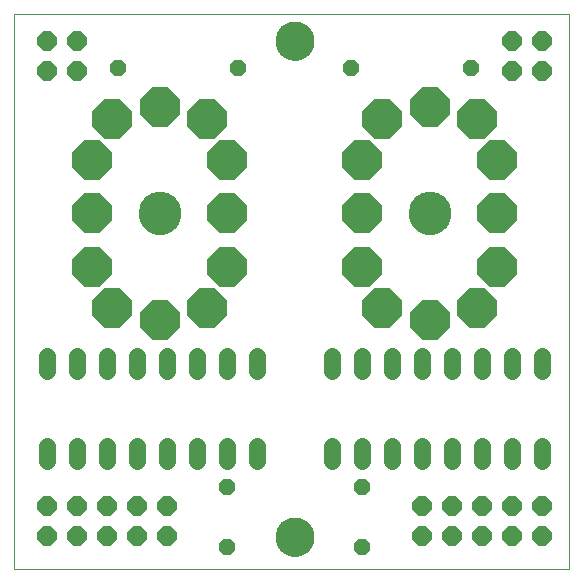
<source format=gts>
G75*
%MOIN*%
%OFA0B0*%
%FSLAX25Y25*%
%IPPOS*%
%LPD*%
%AMOC8*
5,1,8,0,0,1.08239X$1,22.5*
%
%ADD10C,0.00000*%
%ADD11C,0.12998*%
%ADD12OC8,0.13061*%
%ADD13C,0.14180*%
%ADD14OC8,0.05600*%
%ADD15C,0.05600*%
%ADD16OC8,0.06400*%
D10*
X0005737Y0005737D02*
X0005737Y0190776D01*
X0190776Y0190776D01*
X0190776Y0005737D01*
X0005737Y0005737D01*
X0093001Y0016446D02*
X0093003Y0016604D01*
X0093009Y0016762D01*
X0093019Y0016920D01*
X0093033Y0017078D01*
X0093051Y0017235D01*
X0093072Y0017392D01*
X0093098Y0017548D01*
X0093128Y0017704D01*
X0093161Y0017859D01*
X0093199Y0018012D01*
X0093240Y0018165D01*
X0093285Y0018317D01*
X0093334Y0018468D01*
X0093387Y0018617D01*
X0093443Y0018765D01*
X0093503Y0018911D01*
X0093567Y0019056D01*
X0093635Y0019199D01*
X0093706Y0019341D01*
X0093780Y0019481D01*
X0093858Y0019618D01*
X0093940Y0019754D01*
X0094024Y0019888D01*
X0094113Y0020019D01*
X0094204Y0020148D01*
X0094299Y0020275D01*
X0094396Y0020400D01*
X0094497Y0020522D01*
X0094601Y0020641D01*
X0094708Y0020758D01*
X0094818Y0020872D01*
X0094931Y0020983D01*
X0095046Y0021092D01*
X0095164Y0021197D01*
X0095285Y0021299D01*
X0095408Y0021399D01*
X0095534Y0021495D01*
X0095662Y0021588D01*
X0095792Y0021678D01*
X0095925Y0021764D01*
X0096060Y0021848D01*
X0096196Y0021927D01*
X0096335Y0022004D01*
X0096476Y0022076D01*
X0096618Y0022146D01*
X0096762Y0022211D01*
X0096908Y0022273D01*
X0097055Y0022331D01*
X0097204Y0022386D01*
X0097354Y0022437D01*
X0097505Y0022484D01*
X0097657Y0022527D01*
X0097810Y0022566D01*
X0097965Y0022602D01*
X0098120Y0022633D01*
X0098276Y0022661D01*
X0098432Y0022685D01*
X0098589Y0022705D01*
X0098747Y0022721D01*
X0098904Y0022733D01*
X0099063Y0022741D01*
X0099221Y0022745D01*
X0099379Y0022745D01*
X0099537Y0022741D01*
X0099696Y0022733D01*
X0099853Y0022721D01*
X0100011Y0022705D01*
X0100168Y0022685D01*
X0100324Y0022661D01*
X0100480Y0022633D01*
X0100635Y0022602D01*
X0100790Y0022566D01*
X0100943Y0022527D01*
X0101095Y0022484D01*
X0101246Y0022437D01*
X0101396Y0022386D01*
X0101545Y0022331D01*
X0101692Y0022273D01*
X0101838Y0022211D01*
X0101982Y0022146D01*
X0102124Y0022076D01*
X0102265Y0022004D01*
X0102404Y0021927D01*
X0102540Y0021848D01*
X0102675Y0021764D01*
X0102808Y0021678D01*
X0102938Y0021588D01*
X0103066Y0021495D01*
X0103192Y0021399D01*
X0103315Y0021299D01*
X0103436Y0021197D01*
X0103554Y0021092D01*
X0103669Y0020983D01*
X0103782Y0020872D01*
X0103892Y0020758D01*
X0103999Y0020641D01*
X0104103Y0020522D01*
X0104204Y0020400D01*
X0104301Y0020275D01*
X0104396Y0020148D01*
X0104487Y0020019D01*
X0104576Y0019888D01*
X0104660Y0019754D01*
X0104742Y0019618D01*
X0104820Y0019481D01*
X0104894Y0019341D01*
X0104965Y0019199D01*
X0105033Y0019056D01*
X0105097Y0018911D01*
X0105157Y0018765D01*
X0105213Y0018617D01*
X0105266Y0018468D01*
X0105315Y0018317D01*
X0105360Y0018165D01*
X0105401Y0018012D01*
X0105439Y0017859D01*
X0105472Y0017704D01*
X0105502Y0017548D01*
X0105528Y0017392D01*
X0105549Y0017235D01*
X0105567Y0017078D01*
X0105581Y0016920D01*
X0105591Y0016762D01*
X0105597Y0016604D01*
X0105599Y0016446D01*
X0105597Y0016288D01*
X0105591Y0016130D01*
X0105581Y0015972D01*
X0105567Y0015814D01*
X0105549Y0015657D01*
X0105528Y0015500D01*
X0105502Y0015344D01*
X0105472Y0015188D01*
X0105439Y0015033D01*
X0105401Y0014880D01*
X0105360Y0014727D01*
X0105315Y0014575D01*
X0105266Y0014424D01*
X0105213Y0014275D01*
X0105157Y0014127D01*
X0105097Y0013981D01*
X0105033Y0013836D01*
X0104965Y0013693D01*
X0104894Y0013551D01*
X0104820Y0013411D01*
X0104742Y0013274D01*
X0104660Y0013138D01*
X0104576Y0013004D01*
X0104487Y0012873D01*
X0104396Y0012744D01*
X0104301Y0012617D01*
X0104204Y0012492D01*
X0104103Y0012370D01*
X0103999Y0012251D01*
X0103892Y0012134D01*
X0103782Y0012020D01*
X0103669Y0011909D01*
X0103554Y0011800D01*
X0103436Y0011695D01*
X0103315Y0011593D01*
X0103192Y0011493D01*
X0103066Y0011397D01*
X0102938Y0011304D01*
X0102808Y0011214D01*
X0102675Y0011128D01*
X0102540Y0011044D01*
X0102404Y0010965D01*
X0102265Y0010888D01*
X0102124Y0010816D01*
X0101982Y0010746D01*
X0101838Y0010681D01*
X0101692Y0010619D01*
X0101545Y0010561D01*
X0101396Y0010506D01*
X0101246Y0010455D01*
X0101095Y0010408D01*
X0100943Y0010365D01*
X0100790Y0010326D01*
X0100635Y0010290D01*
X0100480Y0010259D01*
X0100324Y0010231D01*
X0100168Y0010207D01*
X0100011Y0010187D01*
X0099853Y0010171D01*
X0099696Y0010159D01*
X0099537Y0010151D01*
X0099379Y0010147D01*
X0099221Y0010147D01*
X0099063Y0010151D01*
X0098904Y0010159D01*
X0098747Y0010171D01*
X0098589Y0010187D01*
X0098432Y0010207D01*
X0098276Y0010231D01*
X0098120Y0010259D01*
X0097965Y0010290D01*
X0097810Y0010326D01*
X0097657Y0010365D01*
X0097505Y0010408D01*
X0097354Y0010455D01*
X0097204Y0010506D01*
X0097055Y0010561D01*
X0096908Y0010619D01*
X0096762Y0010681D01*
X0096618Y0010746D01*
X0096476Y0010816D01*
X0096335Y0010888D01*
X0096196Y0010965D01*
X0096060Y0011044D01*
X0095925Y0011128D01*
X0095792Y0011214D01*
X0095662Y0011304D01*
X0095534Y0011397D01*
X0095408Y0011493D01*
X0095285Y0011593D01*
X0095164Y0011695D01*
X0095046Y0011800D01*
X0094931Y0011909D01*
X0094818Y0012020D01*
X0094708Y0012134D01*
X0094601Y0012251D01*
X0094497Y0012370D01*
X0094396Y0012492D01*
X0094299Y0012617D01*
X0094204Y0012744D01*
X0094113Y0012873D01*
X0094024Y0013004D01*
X0093940Y0013138D01*
X0093858Y0013274D01*
X0093780Y0013411D01*
X0093706Y0013551D01*
X0093635Y0013693D01*
X0093567Y0013836D01*
X0093503Y0013981D01*
X0093443Y0014127D01*
X0093387Y0014275D01*
X0093334Y0014424D01*
X0093285Y0014575D01*
X0093240Y0014727D01*
X0093199Y0014880D01*
X0093161Y0015033D01*
X0093128Y0015188D01*
X0093098Y0015344D01*
X0093072Y0015500D01*
X0093051Y0015657D01*
X0093033Y0015814D01*
X0093019Y0015972D01*
X0093009Y0016130D01*
X0093003Y0016288D01*
X0093001Y0016446D01*
X0047410Y0124300D02*
X0047412Y0124469D01*
X0047418Y0124638D01*
X0047429Y0124807D01*
X0047443Y0124975D01*
X0047462Y0125143D01*
X0047485Y0125311D01*
X0047511Y0125478D01*
X0047542Y0125644D01*
X0047577Y0125810D01*
X0047616Y0125974D01*
X0047660Y0126138D01*
X0047707Y0126300D01*
X0047758Y0126461D01*
X0047813Y0126621D01*
X0047872Y0126780D01*
X0047934Y0126937D01*
X0048001Y0127092D01*
X0048072Y0127246D01*
X0048146Y0127398D01*
X0048224Y0127548D01*
X0048305Y0127696D01*
X0048390Y0127842D01*
X0048479Y0127986D01*
X0048571Y0128128D01*
X0048667Y0128267D01*
X0048766Y0128404D01*
X0048868Y0128539D01*
X0048974Y0128671D01*
X0049083Y0128800D01*
X0049195Y0128927D01*
X0049310Y0129051D01*
X0049428Y0129172D01*
X0049549Y0129290D01*
X0049673Y0129405D01*
X0049800Y0129517D01*
X0049929Y0129626D01*
X0050061Y0129732D01*
X0050196Y0129834D01*
X0050333Y0129933D01*
X0050472Y0130029D01*
X0050614Y0130121D01*
X0050758Y0130210D01*
X0050904Y0130295D01*
X0051052Y0130376D01*
X0051202Y0130454D01*
X0051354Y0130528D01*
X0051508Y0130599D01*
X0051663Y0130666D01*
X0051820Y0130728D01*
X0051979Y0130787D01*
X0052139Y0130842D01*
X0052300Y0130893D01*
X0052462Y0130940D01*
X0052626Y0130984D01*
X0052790Y0131023D01*
X0052956Y0131058D01*
X0053122Y0131089D01*
X0053289Y0131115D01*
X0053457Y0131138D01*
X0053625Y0131157D01*
X0053793Y0131171D01*
X0053962Y0131182D01*
X0054131Y0131188D01*
X0054300Y0131190D01*
X0054469Y0131188D01*
X0054638Y0131182D01*
X0054807Y0131171D01*
X0054975Y0131157D01*
X0055143Y0131138D01*
X0055311Y0131115D01*
X0055478Y0131089D01*
X0055644Y0131058D01*
X0055810Y0131023D01*
X0055974Y0130984D01*
X0056138Y0130940D01*
X0056300Y0130893D01*
X0056461Y0130842D01*
X0056621Y0130787D01*
X0056780Y0130728D01*
X0056937Y0130666D01*
X0057092Y0130599D01*
X0057246Y0130528D01*
X0057398Y0130454D01*
X0057548Y0130376D01*
X0057696Y0130295D01*
X0057842Y0130210D01*
X0057986Y0130121D01*
X0058128Y0130029D01*
X0058267Y0129933D01*
X0058404Y0129834D01*
X0058539Y0129732D01*
X0058671Y0129626D01*
X0058800Y0129517D01*
X0058927Y0129405D01*
X0059051Y0129290D01*
X0059172Y0129172D01*
X0059290Y0129051D01*
X0059405Y0128927D01*
X0059517Y0128800D01*
X0059626Y0128671D01*
X0059732Y0128539D01*
X0059834Y0128404D01*
X0059933Y0128267D01*
X0060029Y0128128D01*
X0060121Y0127986D01*
X0060210Y0127842D01*
X0060295Y0127696D01*
X0060376Y0127548D01*
X0060454Y0127398D01*
X0060528Y0127246D01*
X0060599Y0127092D01*
X0060666Y0126937D01*
X0060728Y0126780D01*
X0060787Y0126621D01*
X0060842Y0126461D01*
X0060893Y0126300D01*
X0060940Y0126138D01*
X0060984Y0125974D01*
X0061023Y0125810D01*
X0061058Y0125644D01*
X0061089Y0125478D01*
X0061115Y0125311D01*
X0061138Y0125143D01*
X0061157Y0124975D01*
X0061171Y0124807D01*
X0061182Y0124638D01*
X0061188Y0124469D01*
X0061190Y0124300D01*
X0061188Y0124131D01*
X0061182Y0123962D01*
X0061171Y0123793D01*
X0061157Y0123625D01*
X0061138Y0123457D01*
X0061115Y0123289D01*
X0061089Y0123122D01*
X0061058Y0122956D01*
X0061023Y0122790D01*
X0060984Y0122626D01*
X0060940Y0122462D01*
X0060893Y0122300D01*
X0060842Y0122139D01*
X0060787Y0121979D01*
X0060728Y0121820D01*
X0060666Y0121663D01*
X0060599Y0121508D01*
X0060528Y0121354D01*
X0060454Y0121202D01*
X0060376Y0121052D01*
X0060295Y0120904D01*
X0060210Y0120758D01*
X0060121Y0120614D01*
X0060029Y0120472D01*
X0059933Y0120333D01*
X0059834Y0120196D01*
X0059732Y0120061D01*
X0059626Y0119929D01*
X0059517Y0119800D01*
X0059405Y0119673D01*
X0059290Y0119549D01*
X0059172Y0119428D01*
X0059051Y0119310D01*
X0058927Y0119195D01*
X0058800Y0119083D01*
X0058671Y0118974D01*
X0058539Y0118868D01*
X0058404Y0118766D01*
X0058267Y0118667D01*
X0058128Y0118571D01*
X0057986Y0118479D01*
X0057842Y0118390D01*
X0057696Y0118305D01*
X0057548Y0118224D01*
X0057398Y0118146D01*
X0057246Y0118072D01*
X0057092Y0118001D01*
X0056937Y0117934D01*
X0056780Y0117872D01*
X0056621Y0117813D01*
X0056461Y0117758D01*
X0056300Y0117707D01*
X0056138Y0117660D01*
X0055974Y0117616D01*
X0055810Y0117577D01*
X0055644Y0117542D01*
X0055478Y0117511D01*
X0055311Y0117485D01*
X0055143Y0117462D01*
X0054975Y0117443D01*
X0054807Y0117429D01*
X0054638Y0117418D01*
X0054469Y0117412D01*
X0054300Y0117410D01*
X0054131Y0117412D01*
X0053962Y0117418D01*
X0053793Y0117429D01*
X0053625Y0117443D01*
X0053457Y0117462D01*
X0053289Y0117485D01*
X0053122Y0117511D01*
X0052956Y0117542D01*
X0052790Y0117577D01*
X0052626Y0117616D01*
X0052462Y0117660D01*
X0052300Y0117707D01*
X0052139Y0117758D01*
X0051979Y0117813D01*
X0051820Y0117872D01*
X0051663Y0117934D01*
X0051508Y0118001D01*
X0051354Y0118072D01*
X0051202Y0118146D01*
X0051052Y0118224D01*
X0050904Y0118305D01*
X0050758Y0118390D01*
X0050614Y0118479D01*
X0050472Y0118571D01*
X0050333Y0118667D01*
X0050196Y0118766D01*
X0050061Y0118868D01*
X0049929Y0118974D01*
X0049800Y0119083D01*
X0049673Y0119195D01*
X0049549Y0119310D01*
X0049428Y0119428D01*
X0049310Y0119549D01*
X0049195Y0119673D01*
X0049083Y0119800D01*
X0048974Y0119929D01*
X0048868Y0120061D01*
X0048766Y0120196D01*
X0048667Y0120333D01*
X0048571Y0120472D01*
X0048479Y0120614D01*
X0048390Y0120758D01*
X0048305Y0120904D01*
X0048224Y0121052D01*
X0048146Y0121202D01*
X0048072Y0121354D01*
X0048001Y0121508D01*
X0047934Y0121663D01*
X0047872Y0121820D01*
X0047813Y0121979D01*
X0047758Y0122139D01*
X0047707Y0122300D01*
X0047660Y0122462D01*
X0047616Y0122626D01*
X0047577Y0122790D01*
X0047542Y0122956D01*
X0047511Y0123122D01*
X0047485Y0123289D01*
X0047462Y0123457D01*
X0047443Y0123625D01*
X0047429Y0123793D01*
X0047418Y0123962D01*
X0047412Y0124131D01*
X0047410Y0124300D01*
X0093001Y0181800D02*
X0093003Y0181958D01*
X0093009Y0182116D01*
X0093019Y0182274D01*
X0093033Y0182432D01*
X0093051Y0182589D01*
X0093072Y0182746D01*
X0093098Y0182902D01*
X0093128Y0183058D01*
X0093161Y0183213D01*
X0093199Y0183366D01*
X0093240Y0183519D01*
X0093285Y0183671D01*
X0093334Y0183822D01*
X0093387Y0183971D01*
X0093443Y0184119D01*
X0093503Y0184265D01*
X0093567Y0184410D01*
X0093635Y0184553D01*
X0093706Y0184695D01*
X0093780Y0184835D01*
X0093858Y0184972D01*
X0093940Y0185108D01*
X0094024Y0185242D01*
X0094113Y0185373D01*
X0094204Y0185502D01*
X0094299Y0185629D01*
X0094396Y0185754D01*
X0094497Y0185876D01*
X0094601Y0185995D01*
X0094708Y0186112D01*
X0094818Y0186226D01*
X0094931Y0186337D01*
X0095046Y0186446D01*
X0095164Y0186551D01*
X0095285Y0186653D01*
X0095408Y0186753D01*
X0095534Y0186849D01*
X0095662Y0186942D01*
X0095792Y0187032D01*
X0095925Y0187118D01*
X0096060Y0187202D01*
X0096196Y0187281D01*
X0096335Y0187358D01*
X0096476Y0187430D01*
X0096618Y0187500D01*
X0096762Y0187565D01*
X0096908Y0187627D01*
X0097055Y0187685D01*
X0097204Y0187740D01*
X0097354Y0187791D01*
X0097505Y0187838D01*
X0097657Y0187881D01*
X0097810Y0187920D01*
X0097965Y0187956D01*
X0098120Y0187987D01*
X0098276Y0188015D01*
X0098432Y0188039D01*
X0098589Y0188059D01*
X0098747Y0188075D01*
X0098904Y0188087D01*
X0099063Y0188095D01*
X0099221Y0188099D01*
X0099379Y0188099D01*
X0099537Y0188095D01*
X0099696Y0188087D01*
X0099853Y0188075D01*
X0100011Y0188059D01*
X0100168Y0188039D01*
X0100324Y0188015D01*
X0100480Y0187987D01*
X0100635Y0187956D01*
X0100790Y0187920D01*
X0100943Y0187881D01*
X0101095Y0187838D01*
X0101246Y0187791D01*
X0101396Y0187740D01*
X0101545Y0187685D01*
X0101692Y0187627D01*
X0101838Y0187565D01*
X0101982Y0187500D01*
X0102124Y0187430D01*
X0102265Y0187358D01*
X0102404Y0187281D01*
X0102540Y0187202D01*
X0102675Y0187118D01*
X0102808Y0187032D01*
X0102938Y0186942D01*
X0103066Y0186849D01*
X0103192Y0186753D01*
X0103315Y0186653D01*
X0103436Y0186551D01*
X0103554Y0186446D01*
X0103669Y0186337D01*
X0103782Y0186226D01*
X0103892Y0186112D01*
X0103999Y0185995D01*
X0104103Y0185876D01*
X0104204Y0185754D01*
X0104301Y0185629D01*
X0104396Y0185502D01*
X0104487Y0185373D01*
X0104576Y0185242D01*
X0104660Y0185108D01*
X0104742Y0184972D01*
X0104820Y0184835D01*
X0104894Y0184695D01*
X0104965Y0184553D01*
X0105033Y0184410D01*
X0105097Y0184265D01*
X0105157Y0184119D01*
X0105213Y0183971D01*
X0105266Y0183822D01*
X0105315Y0183671D01*
X0105360Y0183519D01*
X0105401Y0183366D01*
X0105439Y0183213D01*
X0105472Y0183058D01*
X0105502Y0182902D01*
X0105528Y0182746D01*
X0105549Y0182589D01*
X0105567Y0182432D01*
X0105581Y0182274D01*
X0105591Y0182116D01*
X0105597Y0181958D01*
X0105599Y0181800D01*
X0105597Y0181642D01*
X0105591Y0181484D01*
X0105581Y0181326D01*
X0105567Y0181168D01*
X0105549Y0181011D01*
X0105528Y0180854D01*
X0105502Y0180698D01*
X0105472Y0180542D01*
X0105439Y0180387D01*
X0105401Y0180234D01*
X0105360Y0180081D01*
X0105315Y0179929D01*
X0105266Y0179778D01*
X0105213Y0179629D01*
X0105157Y0179481D01*
X0105097Y0179335D01*
X0105033Y0179190D01*
X0104965Y0179047D01*
X0104894Y0178905D01*
X0104820Y0178765D01*
X0104742Y0178628D01*
X0104660Y0178492D01*
X0104576Y0178358D01*
X0104487Y0178227D01*
X0104396Y0178098D01*
X0104301Y0177971D01*
X0104204Y0177846D01*
X0104103Y0177724D01*
X0103999Y0177605D01*
X0103892Y0177488D01*
X0103782Y0177374D01*
X0103669Y0177263D01*
X0103554Y0177154D01*
X0103436Y0177049D01*
X0103315Y0176947D01*
X0103192Y0176847D01*
X0103066Y0176751D01*
X0102938Y0176658D01*
X0102808Y0176568D01*
X0102675Y0176482D01*
X0102540Y0176398D01*
X0102404Y0176319D01*
X0102265Y0176242D01*
X0102124Y0176170D01*
X0101982Y0176100D01*
X0101838Y0176035D01*
X0101692Y0175973D01*
X0101545Y0175915D01*
X0101396Y0175860D01*
X0101246Y0175809D01*
X0101095Y0175762D01*
X0100943Y0175719D01*
X0100790Y0175680D01*
X0100635Y0175644D01*
X0100480Y0175613D01*
X0100324Y0175585D01*
X0100168Y0175561D01*
X0100011Y0175541D01*
X0099853Y0175525D01*
X0099696Y0175513D01*
X0099537Y0175505D01*
X0099379Y0175501D01*
X0099221Y0175501D01*
X0099063Y0175505D01*
X0098904Y0175513D01*
X0098747Y0175525D01*
X0098589Y0175541D01*
X0098432Y0175561D01*
X0098276Y0175585D01*
X0098120Y0175613D01*
X0097965Y0175644D01*
X0097810Y0175680D01*
X0097657Y0175719D01*
X0097505Y0175762D01*
X0097354Y0175809D01*
X0097204Y0175860D01*
X0097055Y0175915D01*
X0096908Y0175973D01*
X0096762Y0176035D01*
X0096618Y0176100D01*
X0096476Y0176170D01*
X0096335Y0176242D01*
X0096196Y0176319D01*
X0096060Y0176398D01*
X0095925Y0176482D01*
X0095792Y0176568D01*
X0095662Y0176658D01*
X0095534Y0176751D01*
X0095408Y0176847D01*
X0095285Y0176947D01*
X0095164Y0177049D01*
X0095046Y0177154D01*
X0094931Y0177263D01*
X0094818Y0177374D01*
X0094708Y0177488D01*
X0094601Y0177605D01*
X0094497Y0177724D01*
X0094396Y0177846D01*
X0094299Y0177971D01*
X0094204Y0178098D01*
X0094113Y0178227D01*
X0094024Y0178358D01*
X0093940Y0178492D01*
X0093858Y0178628D01*
X0093780Y0178765D01*
X0093706Y0178905D01*
X0093635Y0179047D01*
X0093567Y0179190D01*
X0093503Y0179335D01*
X0093443Y0179481D01*
X0093387Y0179629D01*
X0093334Y0179778D01*
X0093285Y0179929D01*
X0093240Y0180081D01*
X0093199Y0180234D01*
X0093161Y0180387D01*
X0093128Y0180542D01*
X0093098Y0180698D01*
X0093072Y0180854D01*
X0093051Y0181011D01*
X0093033Y0181168D01*
X0093019Y0181326D01*
X0093009Y0181484D01*
X0093003Y0181642D01*
X0093001Y0181800D01*
X0137410Y0124300D02*
X0137412Y0124469D01*
X0137418Y0124638D01*
X0137429Y0124807D01*
X0137443Y0124975D01*
X0137462Y0125143D01*
X0137485Y0125311D01*
X0137511Y0125478D01*
X0137542Y0125644D01*
X0137577Y0125810D01*
X0137616Y0125974D01*
X0137660Y0126138D01*
X0137707Y0126300D01*
X0137758Y0126461D01*
X0137813Y0126621D01*
X0137872Y0126780D01*
X0137934Y0126937D01*
X0138001Y0127092D01*
X0138072Y0127246D01*
X0138146Y0127398D01*
X0138224Y0127548D01*
X0138305Y0127696D01*
X0138390Y0127842D01*
X0138479Y0127986D01*
X0138571Y0128128D01*
X0138667Y0128267D01*
X0138766Y0128404D01*
X0138868Y0128539D01*
X0138974Y0128671D01*
X0139083Y0128800D01*
X0139195Y0128927D01*
X0139310Y0129051D01*
X0139428Y0129172D01*
X0139549Y0129290D01*
X0139673Y0129405D01*
X0139800Y0129517D01*
X0139929Y0129626D01*
X0140061Y0129732D01*
X0140196Y0129834D01*
X0140333Y0129933D01*
X0140472Y0130029D01*
X0140614Y0130121D01*
X0140758Y0130210D01*
X0140904Y0130295D01*
X0141052Y0130376D01*
X0141202Y0130454D01*
X0141354Y0130528D01*
X0141508Y0130599D01*
X0141663Y0130666D01*
X0141820Y0130728D01*
X0141979Y0130787D01*
X0142139Y0130842D01*
X0142300Y0130893D01*
X0142462Y0130940D01*
X0142626Y0130984D01*
X0142790Y0131023D01*
X0142956Y0131058D01*
X0143122Y0131089D01*
X0143289Y0131115D01*
X0143457Y0131138D01*
X0143625Y0131157D01*
X0143793Y0131171D01*
X0143962Y0131182D01*
X0144131Y0131188D01*
X0144300Y0131190D01*
X0144469Y0131188D01*
X0144638Y0131182D01*
X0144807Y0131171D01*
X0144975Y0131157D01*
X0145143Y0131138D01*
X0145311Y0131115D01*
X0145478Y0131089D01*
X0145644Y0131058D01*
X0145810Y0131023D01*
X0145974Y0130984D01*
X0146138Y0130940D01*
X0146300Y0130893D01*
X0146461Y0130842D01*
X0146621Y0130787D01*
X0146780Y0130728D01*
X0146937Y0130666D01*
X0147092Y0130599D01*
X0147246Y0130528D01*
X0147398Y0130454D01*
X0147548Y0130376D01*
X0147696Y0130295D01*
X0147842Y0130210D01*
X0147986Y0130121D01*
X0148128Y0130029D01*
X0148267Y0129933D01*
X0148404Y0129834D01*
X0148539Y0129732D01*
X0148671Y0129626D01*
X0148800Y0129517D01*
X0148927Y0129405D01*
X0149051Y0129290D01*
X0149172Y0129172D01*
X0149290Y0129051D01*
X0149405Y0128927D01*
X0149517Y0128800D01*
X0149626Y0128671D01*
X0149732Y0128539D01*
X0149834Y0128404D01*
X0149933Y0128267D01*
X0150029Y0128128D01*
X0150121Y0127986D01*
X0150210Y0127842D01*
X0150295Y0127696D01*
X0150376Y0127548D01*
X0150454Y0127398D01*
X0150528Y0127246D01*
X0150599Y0127092D01*
X0150666Y0126937D01*
X0150728Y0126780D01*
X0150787Y0126621D01*
X0150842Y0126461D01*
X0150893Y0126300D01*
X0150940Y0126138D01*
X0150984Y0125974D01*
X0151023Y0125810D01*
X0151058Y0125644D01*
X0151089Y0125478D01*
X0151115Y0125311D01*
X0151138Y0125143D01*
X0151157Y0124975D01*
X0151171Y0124807D01*
X0151182Y0124638D01*
X0151188Y0124469D01*
X0151190Y0124300D01*
X0151188Y0124131D01*
X0151182Y0123962D01*
X0151171Y0123793D01*
X0151157Y0123625D01*
X0151138Y0123457D01*
X0151115Y0123289D01*
X0151089Y0123122D01*
X0151058Y0122956D01*
X0151023Y0122790D01*
X0150984Y0122626D01*
X0150940Y0122462D01*
X0150893Y0122300D01*
X0150842Y0122139D01*
X0150787Y0121979D01*
X0150728Y0121820D01*
X0150666Y0121663D01*
X0150599Y0121508D01*
X0150528Y0121354D01*
X0150454Y0121202D01*
X0150376Y0121052D01*
X0150295Y0120904D01*
X0150210Y0120758D01*
X0150121Y0120614D01*
X0150029Y0120472D01*
X0149933Y0120333D01*
X0149834Y0120196D01*
X0149732Y0120061D01*
X0149626Y0119929D01*
X0149517Y0119800D01*
X0149405Y0119673D01*
X0149290Y0119549D01*
X0149172Y0119428D01*
X0149051Y0119310D01*
X0148927Y0119195D01*
X0148800Y0119083D01*
X0148671Y0118974D01*
X0148539Y0118868D01*
X0148404Y0118766D01*
X0148267Y0118667D01*
X0148128Y0118571D01*
X0147986Y0118479D01*
X0147842Y0118390D01*
X0147696Y0118305D01*
X0147548Y0118224D01*
X0147398Y0118146D01*
X0147246Y0118072D01*
X0147092Y0118001D01*
X0146937Y0117934D01*
X0146780Y0117872D01*
X0146621Y0117813D01*
X0146461Y0117758D01*
X0146300Y0117707D01*
X0146138Y0117660D01*
X0145974Y0117616D01*
X0145810Y0117577D01*
X0145644Y0117542D01*
X0145478Y0117511D01*
X0145311Y0117485D01*
X0145143Y0117462D01*
X0144975Y0117443D01*
X0144807Y0117429D01*
X0144638Y0117418D01*
X0144469Y0117412D01*
X0144300Y0117410D01*
X0144131Y0117412D01*
X0143962Y0117418D01*
X0143793Y0117429D01*
X0143625Y0117443D01*
X0143457Y0117462D01*
X0143289Y0117485D01*
X0143122Y0117511D01*
X0142956Y0117542D01*
X0142790Y0117577D01*
X0142626Y0117616D01*
X0142462Y0117660D01*
X0142300Y0117707D01*
X0142139Y0117758D01*
X0141979Y0117813D01*
X0141820Y0117872D01*
X0141663Y0117934D01*
X0141508Y0118001D01*
X0141354Y0118072D01*
X0141202Y0118146D01*
X0141052Y0118224D01*
X0140904Y0118305D01*
X0140758Y0118390D01*
X0140614Y0118479D01*
X0140472Y0118571D01*
X0140333Y0118667D01*
X0140196Y0118766D01*
X0140061Y0118868D01*
X0139929Y0118974D01*
X0139800Y0119083D01*
X0139673Y0119195D01*
X0139549Y0119310D01*
X0139428Y0119428D01*
X0139310Y0119549D01*
X0139195Y0119673D01*
X0139083Y0119800D01*
X0138974Y0119929D01*
X0138868Y0120061D01*
X0138766Y0120196D01*
X0138667Y0120333D01*
X0138571Y0120472D01*
X0138479Y0120614D01*
X0138390Y0120758D01*
X0138305Y0120904D01*
X0138224Y0121052D01*
X0138146Y0121202D01*
X0138072Y0121354D01*
X0138001Y0121508D01*
X0137934Y0121663D01*
X0137872Y0121820D01*
X0137813Y0121979D01*
X0137758Y0122139D01*
X0137707Y0122300D01*
X0137660Y0122462D01*
X0137616Y0122626D01*
X0137577Y0122790D01*
X0137542Y0122956D01*
X0137511Y0123122D01*
X0137485Y0123289D01*
X0137462Y0123457D01*
X0137443Y0123625D01*
X0137429Y0123793D01*
X0137418Y0123962D01*
X0137412Y0124131D01*
X0137410Y0124300D01*
D11*
X0099300Y0181800D03*
X0099300Y0016446D03*
D12*
X0054300Y0088867D03*
X0038552Y0092804D03*
X0031662Y0106583D03*
X0031662Y0124300D03*
X0031662Y0142017D03*
X0038552Y0155796D03*
X0054300Y0159733D03*
X0070048Y0155796D03*
X0076938Y0142017D03*
X0076938Y0124300D03*
X0076938Y0106583D03*
X0070048Y0092804D03*
X0121662Y0106583D03*
X0128552Y0092804D03*
X0144300Y0088867D03*
X0160048Y0092804D03*
X0166938Y0106583D03*
X0166938Y0124300D03*
X0166938Y0142017D03*
X0160048Y0155796D03*
X0144300Y0159733D03*
X0128552Y0155796D03*
X0121662Y0142017D03*
X0121662Y0124300D03*
D13*
X0144300Y0124300D03*
X0054300Y0124300D03*
D14*
X0040550Y0172800D03*
X0080550Y0172800D03*
X0118050Y0172800D03*
X0158050Y0172800D03*
X0121800Y0033050D03*
X0121800Y0013050D03*
X0076800Y0013050D03*
X0076800Y0033050D03*
D15*
X0076800Y0041700D02*
X0076800Y0046900D01*
X0066800Y0046900D02*
X0066800Y0041700D01*
X0056800Y0041700D02*
X0056800Y0046900D01*
X0046800Y0046900D02*
X0046800Y0041700D01*
X0036800Y0041700D02*
X0036800Y0046900D01*
X0026800Y0046900D02*
X0026800Y0041700D01*
X0016800Y0041700D02*
X0016800Y0046900D01*
X0016800Y0071700D02*
X0016800Y0076900D01*
X0026800Y0076900D02*
X0026800Y0071700D01*
X0036800Y0071700D02*
X0036800Y0076900D01*
X0046800Y0076900D02*
X0046800Y0071700D01*
X0056800Y0071700D02*
X0056800Y0076900D01*
X0066800Y0076900D02*
X0066800Y0071700D01*
X0076800Y0071700D02*
X0076800Y0076900D01*
X0086800Y0076900D02*
X0086800Y0071700D01*
X0086800Y0046900D02*
X0086800Y0041700D01*
X0111800Y0041700D02*
X0111800Y0046900D01*
X0121800Y0046900D02*
X0121800Y0041700D01*
X0131800Y0041700D02*
X0131800Y0046900D01*
X0141800Y0046900D02*
X0141800Y0041700D01*
X0151800Y0041700D02*
X0151800Y0046900D01*
X0161800Y0046900D02*
X0161800Y0041700D01*
X0171800Y0041700D02*
X0171800Y0046900D01*
X0181800Y0046900D02*
X0181800Y0041700D01*
X0181800Y0071700D02*
X0181800Y0076900D01*
X0171800Y0076900D02*
X0171800Y0071700D01*
X0161800Y0071700D02*
X0161800Y0076900D01*
X0151800Y0076900D02*
X0151800Y0071700D01*
X0141800Y0071700D02*
X0141800Y0076900D01*
X0131800Y0076900D02*
X0131800Y0071700D01*
X0121800Y0071700D02*
X0121800Y0076900D01*
X0111800Y0076900D02*
X0111800Y0071700D01*
D16*
X0141800Y0026800D03*
X0141800Y0016800D03*
X0151800Y0016800D03*
X0151800Y0026800D03*
X0161800Y0026800D03*
X0161800Y0016800D03*
X0171800Y0016800D03*
X0171800Y0026800D03*
X0181800Y0026800D03*
X0181800Y0016800D03*
X0056800Y0016800D03*
X0056800Y0026800D03*
X0046800Y0026800D03*
X0046800Y0016800D03*
X0036800Y0016800D03*
X0036800Y0026800D03*
X0026800Y0026800D03*
X0026800Y0016800D03*
X0016800Y0016800D03*
X0016800Y0026800D03*
X0016800Y0171800D03*
X0016800Y0181800D03*
X0026800Y0181800D03*
X0026800Y0171800D03*
X0171800Y0171800D03*
X0171800Y0181800D03*
X0181800Y0181800D03*
X0181800Y0171800D03*
M02*

</source>
